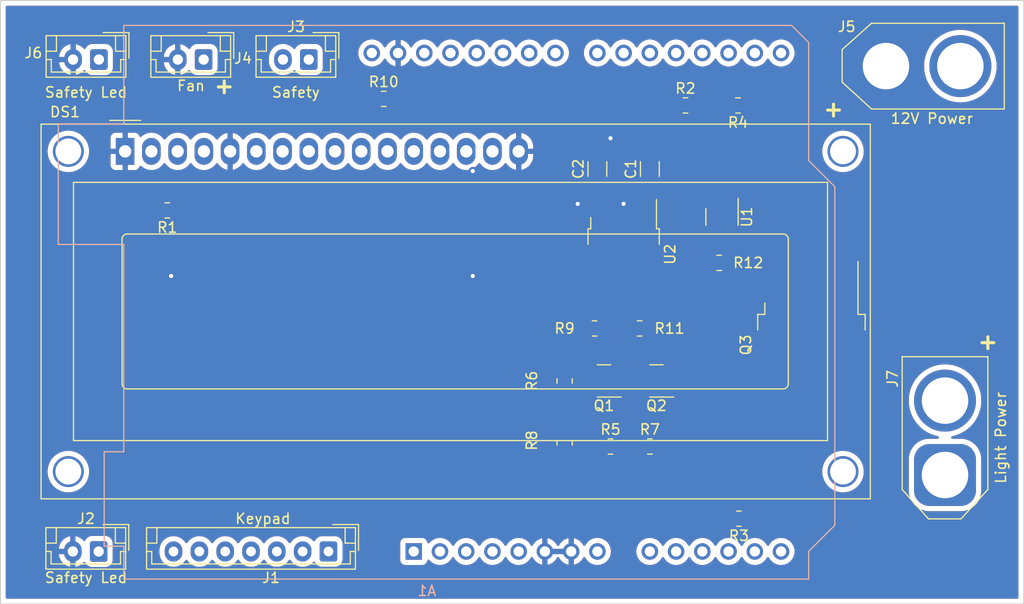
<source format=kicad_pcb>
(kicad_pcb (version 20211014) (generator pcbnew)
  (layers (0 "F.Cu" signal) (31 "B.Cu" signal) (34 "B.Paste" user) (35 "F.Paste" user) (36 "B.SilkS" user "B.Silkscreen") (37 "F.SilkS" user "F.Silkscreen") (38 "B.Mask" user) (39 "F.Mask" user) (44 "Edge.Cuts" user))
  (net 0 "")
  (net 5 "+5V")
  (net 6 "GND")
  (net 9 "/Keypad_1")
  (net 10 "/Keypad_2")
  (net 11 "/Keypad_3")
  (net 12 "/Keypad_4")
  (net 13 "/safety_led")
  (net 16 "/output_en")
  (net 17 "/safety")
  (net 18 "/LCD_D4")
  (net 19 "/LCD_D5")
  (net 20 "/LCD_D6")
  (net 21 "/LCD_D7")
  (net 22 "/LCD_E")
  (net 23 "/LCD_RS")
  (net 24 "/status_led1")
  (net 25 "Net-(A1-Pad26)")
  (net 26 "Net-(A1-Pad27)")
  (net 27 "Net-(A1-Pad28)")
  (net 29 "+12V")
  (net 30 "Net-(J2-Pad1)")
  (net 31 "Net-(DS1-Pad3)")
  (net 32 "Net-(Q1-Pad2)")
  (net 33 "Net-(Q1-Pad3)")
  (net 34 "Net-(Q2-Pad1)")
  (net 35 "Net-(Q3-Pad1)")
  (net 40 "Net-(DS1-Pad15)")
  (net 41 "Net-(J3-Pad1)")
  (net 42 "Net-(J3-Pad2)")
  (net 43 "Net-(J6-Pad1)")
  (net 44 "Net-(R11-Pad2)")
  (net 46 "Net-(Q3-Pad8)")
  (footprint "Package_TO_SOT_SMD:TO-252-2" (layer "F.Cu") (at 179.705 90.61 -90)
    (fp_text reference "U2" (at 0 -4.5 90) (layer "F.SilkS"))
    (fp_text value "L7805" hide)
    (fp_line (start -0.97 -3.45) (end -2.47 -3.45) (layer "F.SilkS") (width 0.12))
    (fp_line (start -2.47 -3.18) (end -5.3 -3.18) (layer "F.SilkS") (width 0.12))
    (fp_line (start -2.47 3.18) (end -3.57 3.18) (layer "F.SilkS") (width 0.12))
    (fp_line (start -2.47 -3.45) (end -2.47 -3.18) (layer "F.SilkS") (width 0.12))
    (fp_line (start -2.47 3.45) (end -2.47 3.18) (layer "F.SilkS") (width 0.12))
    (fp_line (start -0.97 3.45) (end -2.47 3.45) (layer "F.SilkS") (width 0.12))
    (pad "1" smd rect (at -4.2 -2.28 270) (size 2.2 1.2) (layers "F.Cu" "F.Paste" "F.Mask") (net 29 "+12V"))
    (pad "2" smd rect (at 2.1 0 270) (size 6.4 5.8) (layers "F.Cu" "F.Mask") (net 6 "GND"))
    (pad "3" smd rect (at -4.2 2.28 270) (size 2.2 1.2) (layers "F.Cu" "F.Paste" "F.Mask") (net 5 "+5V"))
  )
  (footprint "Resistor_SMD:R_0805_2012Metric" (layer "F.Cu") (at 176.8875 97.79)
    (fp_text reference "R9" (at -2.8975 0) (layer "F.SilkS"))
    (fp_text value "1k")
    (fp_line (start -0.227064 0.735) (end 0.227064 0.735) (layer "F.SilkS") (width 0.12))
    (fp_line (start -0.227064 -0.735) (end 0.227064 -0.735) (layer "F.SilkS") (width 0.12))
    (pad "1" smd roundrect (at -0.9125 0) (size 1.025 1.4) (layers "F.Cu" "F.Paste" "F.Mask") (roundrect_rratio 0.243902439) (net 5 "+5V"))
    (pad "2" smd roundrect (at 0.9125 0) (size 1.025 1.4) (layers "F.Cu" "F.Paste" "F.Mask") (roundrect_rratio 0.243902439) (net 33 "Net-(Q1-Pad3)"))
  )
  (footprint "Connector_JST:JST_EH_B2B-EH-A_1x02_P2.50mm_Vertical" (layer "F.Cu") (at 139.045 71.755 180)
    (fp_text reference "J4" (at -3.81 0.11) (layer "F.SilkS"))
    (fp_text value "Fan" (at 1.23 -2.54) (layer "F.SilkS"))
    (fp_line (start -2.11 -1.21) (end 4.61 -1.21) (layer "F.SilkS") (width 0.12))
    (fp_line (start 5.11 2.31) (end 5.11 -1.71) (layer "F.SilkS") (width 0.12))
    (fp_line (start -2.61 0) (end -2.11 0) (layer "F.SilkS") (width 0.12))
    (fp_line (start -2.61 0.81) (end -1.61 0.81) (layer "F.SilkS") (width 0.12))
    (fp_line (start 5.11 -1.71) (end -2.61 -1.71) (layer "F.SilkS") (width 0.12))
    (fp_line (start 4.11 0.81) (end 4.11 2.31) (layer "F.SilkS") (width 0.12))
    (fp_line (start 4.61 0) (end 5.11 0) (layer "F.SilkS") (width 0.12))
    (fp_line (start -2.91 2.61) (end -0.41 2.61) (layer "F.SilkS") (width 0.12))
    (fp_line (start -2.11 0) (end -2.11 -1.21) (layer "F.SilkS") (width 0.12))
    (fp_line (start 5.11 0.81) (end 4.11 0.81) (layer "F.SilkS") (width 0.12))
    (fp_line (start -1.61 0.81) (end -1.61 2.31) (layer "F.SilkS") (width 0.12))
    (fp_line (start -2.91 0.11) (end -2.91 2.61) (layer "F.SilkS") (width 0.12))
    (fp_line (start 4.61 -1.21) (end 4.61 0) (layer "F.SilkS") (width 0.12))
    (fp_line (start -2.61 -1.71) (end -2.61 2.31) (layer "F.SilkS") (width 0.12))
    (fp_line (start -2.61 2.31) (end 5.11 2.31) (layer "F.SilkS") (width 0.12))
    (pad "1" thru_hole roundrect (at 0 0 180) (size 1.7 2) (drill 1) (layers *.Cu *.Mask) (roundrect_rratio 0.1470588235) (net 5 "+5V"))
    (pad "2" thru_hole oval (at 2.5 0 180) (size 1.7 2) (drill 1) (layers *.Cu *.Mask) (net 6 "GND"))
  )
  (footprint "Resistor_SMD:R_0805_2012Metric" (layer "F.Cu") (at 178.435 109.22)
    (fp_text reference "R5" (at 0 -1.65) (layer "F.SilkS"))
    (fp_text value "100R")
    (fp_line (start -0.227064 0.735) (end 0.227064 0.735) (layer "F.SilkS") (width 0.12))
    (fp_line (start -0.227064 -0.735) (end 0.227064 -0.735) (layer "F.SilkS") (width 0.12))
    (pad "1" smd roundrect (at -0.9125 0) (size 1.025 1.4) (layers "F.Cu" "F.Paste" "F.Mask") (roundrect_rratio 0.243902439) (net 16 "/output_en"))
    (pad "2" smd roundrect (at 0.9125 0) (size 1.025 1.4) (layers "F.Cu" "F.Paste" "F.Mask") (roundrect_rratio 0.243902439) (net 34 "Net-(Q2-Pad1)"))
  )
  (footprint "Package_TO_SOT_SMD:SOT-23" (layer "F.Cu") (at 177.8 102.87 180)
    (fp_text reference "Q1" (at 0 -2.4) (layer "F.SilkS"))
    (fp_text value "BSS138" hide)
    (fp_line (start 0 -1.56) (end -1.675 -1.56) (layer "F.SilkS") (width 0.12))
    (fp_line (start 0 1.56) (end -0.65 1.56) (layer "F.SilkS") (width 0.12))
    (fp_line (start 0 -1.56) (end 0.65 -1.56) (layer "F.SilkS") (width 0.12))
    (fp_line (start 0 1.56) (end 0.65 1.56) (layer "F.SilkS") (width 0.12))
    (pad "1" smd roundrect (at -0.9375 -0.95 180) (size 1.475 0.6) (layers "F.Cu" "F.Paste" "F.Mask") (net 17 "/safety"))
    (pad "2" smd roundrect (at -0.9375 0.95 180) (size 1.475 0.6) (layers "F.Cu" "F.Paste" "F.Mask") (net 32 "Net-(Q1-Pad2)"))
    (pad "3" smd roundrect (at 0.9375 0 180) (size 1.475 0.6) (layers "F.Cu" "F.Paste" "F.Mask") (net 33 "Net-(Q1-Pad3)"))
  )
  (footprint "Resistor_SMD:R_0805_2012Metric_Pad1.20x1.40mm_HandSolder" (layer "F.Cu") (at 190.865 116.205 180)
    (fp_text reference "R3" (at 0 -1.65) (layer "F.SilkS"))
    (fp_text value "220")
    (fp_line (start -0.227064 0.735) (end 0.227064 0.735) (layer "F.SilkS") (width 0.12))
    (fp_line (start -0.227064 -0.735) (end 0.227064 -0.735) (layer "F.SilkS") (width 0.12))
    (pad "1" smd roundrect (at -1 0 180) (size 1.2 1.4) (layers "F.Cu" "F.Paste" "F.Mask") (roundrect_rratio 0.208333) (net 13 "/safety_led"))
    (pad "2" smd roundrect (at 1 0 180) (size 1.2 1.4) (layers "F.Cu" "F.Paste" "F.Mask") (roundrect_rratio 0.208333) (net 30 "Net-(J2-Pad1)"))
  )
  (footprint "Resistor_SMD:R_0805_2012Metric" (layer "F.Cu") (at 173.99 102.87 -90)
    (fp_text reference "R6" (at 0 3.175 90) (layer "F.SilkS"))
    (fp_text value "100R")
    (fp_line (start -0.227064 -0.735) (end 0.227064 -0.735) (layer "F.SilkS") (width 0.12))
    (fp_line (start -0.227064 0.735) (end 0.227064 0.735) (layer "F.SilkS") (width 0.12))
    (pad "1" smd roundrect (at -0.9125 0 270) (size 1.025 1.4) (layers "F.Cu" "F.Paste" "F.Mask") (roundrect_rratio 0.243902439) (net 42 "Net-(J3-Pad2)"))
    (pad "2" smd roundrect (at 0.9125 0 270) (size 1.025 1.4) (layers "F.Cu" "F.Paste" "F.Mask") (roundrect_rratio 0.243902439) (net 17 "/safety"))
  )
  (footprint "Connector_JST:JST_EH_B2B-EH-A_1x02_P2.50mm_Vertical" (layer "F.Cu") (at 128.885 119.38 180)
    (fp_text reference "J2" (at 1.23 3.175) (layer "F.SilkS"))
    (fp_text value "Safety Led" (at 1.23 -2.54) (layer "F.SilkS"))
    (fp_line (start -2.91 2.61) (end -0.41 2.61) (layer "F.SilkS") (width 0.12))
    (fp_line (start -2.61 0) (end -2.11 0) (layer "F.SilkS") (width 0.12))
    (fp_line (start -2.61 0.81) (end -1.61 0.81) (layer "F.SilkS") (width 0.12))
    (fp_line (start 5.11 -1.71) (end -2.61 -1.71) (layer "F.SilkS") (width 0.12))
    (fp_line (start -2.11 -1.21) (end 4.61 -1.21) (layer "F.SilkS") (width 0.12))
    (fp_line (start 4.61 -1.21) (end 4.61 0) (layer "F.SilkS") (width 0.12))
    (fp_line (start -2.91 0.11) (end -2.91 2.61) (layer "F.SilkS") (width 0.12))
    (fp_line (start 4.11 0.81) (end 4.11 2.31) (layer "F.SilkS") (width 0.12))
    (fp_line (start 5.11 2.31) (end 5.11 -1.71) (layer "F.SilkS") (width 0.12))
    (fp_line (start -1.61 0.81) (end -1.61 2.31) (layer "F.SilkS") (width 0.12))
    (fp_line (start -2.61 2.31) (end 5.11 2.31) (layer "F.SilkS") (width 0.12))
    (fp_line (start 4.61 0) (end 5.11 0) (layer "F.SilkS") (width 0.12))
    (fp_line (start 5.11 0.81) (end 4.11 0.81) (layer "F.SilkS") (width 0.12))
    (fp_line (start -2.11 0) (end -2.11 -1.21) (layer "F.SilkS") (width 0.12))
    (fp_line (start -2.61 -1.71) (end -2.61 2.31) (layer "F.SilkS") (width 0.12))
    (pad "1" thru_hole roundrect (at 0 0 180) (size 1.7 2) (drill 1) (layers *.Cu *.Mask) (roundrect_rratio 0.147059) (net 30 "Net-(J2-Pad1)"))
    (pad "2" thru_hole oval (at 2.5 0 180) (size 1.7 2) (drill 1) (layers *.Cu *.Mask) (net 6 "GND"))
  )
  (footprint "Resistor_SMD:R_0805_2012Metric_Pad1.20x1.40mm_HandSolder" (layer "F.Cu") (at 156.48 75.565)
    (fp_text reference "R10" (at 0 -1.65) (layer "F.SilkS"))
    (fp_text value "220")
    (fp_line (start -0.227064 -0.735) (end 0.227064 -0.735) (layer "F.SilkS") (width 0.12))
    (fp_line (start -0.227064 0.735) (end 0.227064 0.735) (layer "F.SilkS") (width 0.12))
    (pad "1" smd roundrect (at -1 0) (size 1.2 1.4) (layers "F.Cu" "F.Paste" "F.Mask") (roundrect_rratio 0.208333) (net 24 "/status_led1"))
    (pad "2" smd roundrect (at 1 0) (size 1.2 1.4) (layers "F.Cu" "F.Paste" "F.Mask") (roundrect_rratio 0.208333) (net 43 "Net-(J6-Pad1)"))
  )
  (footprint "Capacitor_SMD:C_1206_3216Metric" (layer "F.Cu") (at 182.245 82.345 90)
    (fp_text reference "C1" (at 0 -1.85 90) (layer "F.SilkS"))
    (fp_text value "100nf")
    (fp_line (start -0.711252 -0.91) (end 0.711252 -0.91) (layer "F.SilkS") (width 0.12))
    (fp_line (start -0.711252 0.91) (end 0.711252 0.91) (layer "F.SilkS") (width 0.12))
    (pad "1" smd roundrect (at -1.475 0 90) (size 1.15 1.8) (layers "F.Cu" "F.Paste" "F.Mask") (roundrect_rratio 0.2173913043) (net 29 "+12V"))
    (pad "2" smd roundrect (at 1.475 0 90) (size 1.15 1.8) (layers "F.Cu" "F.Paste" "F.Mask") (roundrect_rratio 0.2173913043) (net 6 "GND"))
  )
  (footprint "Resistor_SMD:R_0805_2012Metric" (layer "F.Cu") (at 173.99 108.8625 -90)
    (fp_text reference "R8" (at -0.227064 3.175 90) (layer "F.SilkS"))
    (fp_text value "10K")
    (fp_line (start -0.227064 0.735) (end 0.227064 0.735) (layer "F.SilkS") (width 0.12))
    (fp_line (start -0.227064 -0.735) (end 0.227064 -0.735) (layer "F.SilkS") (width 0.12))
    (pad "1" smd roundrect (at -0.9125 0 270) (size 1.025 1.4) (layers "F.Cu" "F.Paste" "F.Mask") (roundrect_rratio 0.243902439) (net 17 "/safety"))
    (pad "2" smd roundrect (at 0.9125 0 270) (size 1.025 1.4) (layers "F.Cu" "F.Paste" "F.Mask") (roundrect_rratio 0.243902439) (net 6 "GND"))
  )
  (footprint "Capacitor_SMD:C_1206_3216Metric" (layer "F.Cu") (at 177.165 82.345 90)
    (fp_text reference "C2" (at 0 -1.85 90) (layer "F.SilkS"))
    (fp_text value "100nf")
    (fp_line (start -0.711252 0.91) (end 0.711252 0.91) (layer "F.SilkS") (width 0.12))
    (fp_line (start -0.711252 -0.91) (end 0.711252 -0.91) (layer "F.SilkS") (width 0.12))
    (pad "1" smd roundrect (at -1.475 0 90) (size 1.15 1.8) (layers "F.Cu" "F.Paste" "F.Mask") (roundrect_rratio 0.2173913043) (net 5 "+5V"))
    (pad "2" smd roundrect (at 1.475 0 90) (size 1.15 1.8) (layers "F.Cu" "F.Paste" "F.Mask") (roundrect_rratio 0.2173913043) (net 6 "GND"))
  )
  (footprint "Resistor_SMD:R_0805_2012Metric_Pad1.20x1.40mm_HandSolder" (layer "F.Cu") (at 135.525 86.36 180)
    (fp_text reference "R1" (at 0 -1.65) (layer "F.SilkS"))
    (fp_text value "10K")
    (fp_line (start -0.227064 -0.735) (end 0.227064 -0.735) (layer "F.SilkS") (width 0.12))
    (fp_line (start -0.227064 0.735) (end 0.227064 0.735) (layer "F.SilkS") (width 0.12))
    (pad "1" smd roundrect (at -1 0 180) (size 1.2 1.4) (layers "F.Cu" "F.Paste" "F.Mask") (roundrect_rratio 0.208333) (net 31 "Net-(DS1-Pad3)"))
    (pad "2" smd roundrect (at 1 0 180) (size 1.2 1.4) (layers "F.Cu" "F.Paste" "F.Mask") (roundrect_rratio 0.208333) (net 5 "+5V"))
  )
  (footprint "Resistor_SMD:R_0805_2012Metric" (layer "F.Cu") (at 188.9525 91.44)
    (fp_text reference "R12" (at 2.8175 0) (layer "F.SilkS"))
    (fp_text value "10K")
    (fp_line (start -0.227064 0.735) (end 0.227064 0.735) (layer "F.SilkS") (width 0.12))
    (fp_line (start -0.227064 -0.735) (end 0.227064 -0.735) (layer "F.SilkS") (width 0.12))
    (pad "1" smd roundrect (at -0.9125 0) (size 1.025 1.4) (layers "F.Cu" "F.Paste" "F.Mask") (roundrect_rratio 0.243902439) (net 44 "Net-(R11-Pad2)"))
    (pad "2" smd roundrect (at 0.9125 0) (size 1.025 1.4) (layers "F.Cu" "F.Paste" "F.Mask") (roundrect_rratio 0.243902439) (net 6 "GND"))
  )
  (footprint "Resistor_SMD:R_0805_2012Metric_Pad1.20x1.40mm_HandSolder" (layer "F.Cu") (at 185.69 76.2)
    (fp_text reference "R2" (at 0 -1.65) (layer "F.SilkS"))
    (fp_text value "220")
    (fp_line (start -0.227064 -0.735) (end 0.227064 -0.735) (layer "F.SilkS") (width 0.12))
    (fp_line (start -0.227064 0.735) (end 0.227064 0.735) (layer "F.SilkS") (width 0.12))
    (pad "1" smd roundrect (at -1 0) (size 1.2 1.4) (layers "F.Cu" "F.Paste" "F.Mask") (roundrect_rratio 0.208333) (net 40 "Net-(DS1-Pad15)"))
    (pad "2" smd roundrect (at 1 0) (size 1.2 1.4) (layers "F.Cu" "F.Paste" "F.Mask") (roundrect_rratio 0.208333) (net 5 "+5V"))
  )
  (footprint "Display:WC1602A" (layer "F.Cu") (at 131.445 80.645)
    (fp_text reference "DS1" (at -5.82 -3.81) (layer "F.SilkS"))
    (fp_text value "WC1602A")
    (fp_line (start 64.2 8.5) (end 64.2 22.5) (layer "F.SilkS") (width 0.12))
    (fp_line (start 72.14 -2.64) (end -7.34 -2.64) (layer "F.SilkS") (width 0.12))
    (fp_line (start 68 3) (end 68 28) (layer "F.SilkS") (width 0.12))
    (fp_line (start 63.70066 23) (end 0.2 23) (layer "F.SilkS") (width 0.12))
    (fp_line (start 0.2 8) (end 63.7 8) (layer "F.SilkS") (width 0.12))
    (fp_line (start -5 28) (end -5 3) (layer "F.SilkS") (width 0.12))
    (fp_line (start -8.13 -2.64) (end -7.34 -2.64) (layer "F.SilkS") (width 0.12))
    (fp_line (start 72.14 33.64) (end 72.14 -2.64) (layer "F.SilkS") (width 0.12))
    (fp_line (start -0.29972 22.49932) (end -0.29972 8.5) (layer "F.SilkS") (width 0.12))
    (fp_line (start -8.14 33.64) (end 72.14 33.64) (layer "F.SilkS") (width 0.12))
    (fp_line (start -5 3) (end 68 3) (layer "F.SilkS") (width 0.12))
    (fp_line (start -8.14 -2.64) (end -8.14 33.64) (layer "F.SilkS") (width 0.12))
    (fp_line (start 68 28) (end -5 28) (layer "F.SilkS") (width 0.12))
    (fp_line (start -1.5 -3) (end 1.5 -3) (layer "F.SilkS") (width 0.12))
    (fp_arc (start -0.29972 8.49884) (mid -0.153162 8.145018) (end 0.20066 7.99846) (layer "F.SilkS") (width 0.12))
    (fp_arc (start 64.20104 22.49932) (mid 64.054473 22.853115) (end 63.70066 22.9997) (layer "F.SilkS") (width 0.12))
    (fp_arc (start 0.20066 22.9997) (mid -0.153162 22.853142) (end -0.29972 22.49932) (layer "F.SilkS") (width 0.12))
    (fp_arc (start 63.7 8) (mid 64.053553 8.146447) (end 64.2 8.5) (layer "F.SilkS") (width 0.12))
    (pad "" thru_hole circle (at 69.49948 31.0007) (size 3 3) (drill 2.5) (layers *.Cu *.Mask))
    (pad "" thru_hole circle (at 69.5 0) (size 3 3) (drill 2.5) (layers *.Cu *.Mask))
    (pad "" thru_hole circle (at -5.4991 0) (size 3 3) (drill 2.5) (layers *.Cu *.Mask))
    (pad "" thru_hole circle (at -5.4991 31.0007) (size 3 3) (drill 2.5) (layers *.Cu *.Mask))
    (pad "1" thru_hole rect (at 0 0) (size 1.8 2.6) (drill 1.2) (layers *.Cu *.Mask) (net 6 "GND"))
    (pad "2" thru_hole oval (at 2.54 0) (size 1.8 2.6) (drill 1.2) (layers *.Cu *.Mask) (net 5 "+5V"))
    (pad "3" thru_hole oval (at 5.08 0) (size 1.8 2.6) (drill 1.2) (layers *.Cu *.Mask) (net 31 "Net-(DS1-Pad3)"))
    (pad "4" thru_hole oval (at 7.62 0) (size 1.8 2.6) (drill 1.2) (layers *.Cu *.Mask) (net 23 "/LCD_RS"))
    (pad "5" thru_hole oval (at 10.16 0) (size 1.8 2.6) (drill 1.2) (layers *.Cu *.Mask) (net 6 "GND"))
    (pad "6" thru_hole oval (at 12.7 0) (size 1.8 2.6) (drill 1.2) (layers *.Cu *.Mask) (net 22 "/LCD_E"))
    (pad "7" thru_hole oval (at 15.24 0) (size 1.8 2.6) (drill 1.2) (layers *.Cu *.Mask))
    (pad "8" thru_hole oval (at 17.78 0) (size 1.8 2.6) (drill 1.2) (layers *.Cu *.Mask))
    (pad "9" thru_hole oval (at 20.32 0) (size 1.8 2.6) (drill 1.2) (layers *.Cu *.Mask))
    (pad "10" thru_hole oval (at 22.86 0) (size 1.8 2.6) (drill 1.2) (layers *.Cu *.Mask))
    (pad "11" thru_hole oval (at 25.4 0) (size 1.8 2.6) (drill 1.2) (layers *.Cu *.Mask) (net 18 "/LCD_D4"))
    (pad "12" thru_hole oval (at 27.94 0) (size 1.8 2.6) (drill 1.2) (layers *.Cu *.Mask) (net 19 "/LCD_D5"))
    (pad "13" thru_hole oval (at 30.48 0) (size 1.8 2.6) (drill 1.2) (layers *.Cu *.Mask) (net 20 "/LCD_D6"))
    (pad "14" thru_hole oval (at 33.02 0) (size 1.8 2.6) (drill 1.2) (layers *.Cu *.Mask) (net 21 "/LCD_D7"))
    (pad "15" thru_hole oval (at 35.56 0) (size 1.8 2.6) (drill 1.2) (layers *.Cu *.Mask) (net 40 "Net-(DS1-Pad15)"))
    (pad "16" thru_hole oval (at 38.1 0) (size 1.8 2.6) (drill 1.2) (layers *.Cu *.Mask) (net 6 "GND"))
  )
  (footprint "Package_TO_SOT_SMD:SOT-23-5" (layer "F.Cu") (at 189.23 86.995 -90)
    (fp_text reference "U1" (at 0 -2.4 90) (layer "F.SilkS"))
    (fp_text value "MCP1415" hide)
    (fp_line (start 0 1.56) (end -0.8 1.56) (layer "F.SilkS") (width 0.12))
    (fp_line (start 0 -1.56) (end 0.8 -1.56) (layer "F.SilkS") (width 0.12))
    (fp_line (start 0 -1.56) (end -1.8 -1.56) (layer "F.SilkS") (width 0.12))
    (fp_line (start 0 1.56) (end 0.8 1.56) (layer "F.SilkS") (width 0.12))
    (pad "1" smd roundrect (at -1.1375 -0.95 270) (size 1.325 0.6) (layers "F.Cu" "F.Paste" "F.Mask"))
    (pad "2" smd roundrect (at -1.1375 0 270) (size 1.325 0.6) (layers "F.Cu" "F.Paste" "F.Mask") (net 29 "+12V"))
    (pad "3" smd roundrect (at -1.1375 0.95 270) (size 1.325 0.6) (layers "F.Cu" "F.Paste" "F.Mask") (net 44 "Net-(R11-Pad2)"))
    (pad "4" smd roundrect (at 1.1375 0.95 270) (size 1.325 0.6) (layers "F.Cu" "F.Paste" "F.Mask") (net 6 "GND"))
    (pad "5" smd roundrect (at 1.1375 -0.95 270) (size 1.325 0.6) (layers "F.Cu" "F.Paste" "F.Mask") (net 35 "Net-(Q3-Pad1)"))
  )
  (footprint "Connector_AMASS:AMASS_XT60-F_1x02_P7.20mm_Vertical" (layer "F.Cu") (at 210.82 111.975 90)
    (fp_text reference "J7" (at 9.315 -5.08 90) (layer "F.SilkS"))
    (fp_text value "Light Power" (at 3.6 5.4 90) (layer "F.SilkS"))
    (fp_line (start 11.45 4.15) (end 11.45 -4.15) (layer "F.SilkS") (width 0.12))
    (fp_line (start -1.4 4.15) (end 11.45 4.15) (layer "F.SilkS") (width 0.12))
    (fp_line (start -4.25 1.55) (end -1.4 4.15) (layer "F.SilkS") (width 0.12))
    (fp_line (start -4.25 -1.6) (end -4.25 1.55) (layer "F.SilkS") (width 0.12))
    (fp_line (start -1.4 -4.15) (end -4.25 -1.6) (layer "F.SilkS") (width 0.12))
    (fp_line (start 11.45 -4.15) (end -1.4 -4.15) (layer "F.SilkS") (width 0.12))
    (pad "1" thru_hole roundrect (at 0 0 90) (size 6 6) (drill 4.5) (layers *.Cu *.Mask) (net 46 "Net-(Q3-Pad8)"))
    (pad "2" thru_hole circle (at 7.2 0 90) (size 6 6) (drill 4.5) (layers *.Cu *.Mask) (net 29 "+12V"))
  )
  (footprint "Connector_JST:JST_EH_B2B-EH-A_1x02_P2.50mm_Vertical" (layer "F.Cu") (at 128.905 71.755 180)
    (fp_text reference "J6" (at 6.35 0.635) (layer "F.SilkS"))
    (fp_text value "Safety Led" (at 1.25 -3.175) (layer "F.SilkS"))
    (fp_line (start 5.11 -1.71) (end -2.61 -1.71) (layer "F.SilkS") (width 0.12))
    (fp_line (start -2.61 0.81) (end -1.61 0.81) (layer "F.SilkS") (width 0.12))
    (fp_line (start -1.61 0.81) (end -1.61 2.31) (layer "F.SilkS") (width 0.12))
    (fp_line (start -2.61 2.31) (end 5.11 2.31) (layer "F.SilkS") (width 0.12))
    (fp_line (start 5.11 2.31) (end 5.11 -1.71) (layer "F.SilkS") (width 0.12))
    (fp_line (start -2.11 0) (end -2.11 -1.21) (layer "F.SilkS") (width 0.12))
    (fp_line (start 4.61 0) (end 5.11 0) (layer "F.SilkS") (width 0.12))
    (fp_line (start -2.61 -1.71) (end -2.61 2.31) (layer "F.SilkS") (width 0.12))
    (fp_line (start 5.11 0.81) (end 4.11 0.81) (layer "F.SilkS") (width 0.12))
    (fp_line (start -2.91 2.61) (end -0.41 2.61) (layer "F.SilkS") (width 0.12))
    (fp_line (start -2.91 0.11) (end -2.91 2.61) (layer "F.SilkS") (width 0.12))
    (fp_line (start 4.11 0.81) (end 4.11 2.31) (layer "F.SilkS") (width 0.12))
    (fp_line (start 4.61 -1.21) (end 4.61 0) (layer "F.SilkS") (width 0.12))
    (fp_line (start -2.61 0) (end -2.11 0) (layer "F.SilkS") (width 0.12))
    (fp_line (start -2.11 -1.21) (end 4.61 -1.21) (layer "F.SilkS") (width 0.12))
    (pad "1" thru_hole roundrect (at 0 0 180) (size 1.7 2) (drill 1) (layers *.Cu *.Mask) (roundrect_rratio 0.147059) (net 43 "Net-(J6-Pad1)"))
    (pad "2" thru_hole oval (at 2.5 0 180) (size 1.7 2) (drill 1) (layers *.Cu *.Mask) (net 6 "GND"))
  )
  (footprint "Resistor_SMD:R_0805_2012Metric" (layer "F.Cu") (at 181.2525 97.79)
    (fp_text reference "R11" (at 2.8975 0) (layer "F.SilkS"))
    (fp_text value "100R")
    (fp_line (start -0.227064 -0.735) (end 0.227064 -0.735) (layer "F.SilkS") (width 0.12))
    (fp_line (start -0.227064 0.735) (end 0.227064 0.735) (layer "F.SilkS") (width 0.12))
    (pad "1" smd roundrect (at -0.9125 0) (size 1.025 1.4) (layers "F.Cu" "F.Paste" "F.Mask") (roundrect_rratio 0.243902439) (net 33 "Net-(Q1-Pad3)"))
    (pad "2" smd roundrect (at 0.9125 0) (size 1.025 1.4) (layers "F.Cu" "F.Paste" "F.Mask") (roundrect_rratio 0.243902439) (net 44 "Net-(R11-Pad2)"))
  )
  (footprint "Package_TO_SOT_SMD:TO-263-7_TabPin8" (layer "F.Cu") (at 197.885 99.38 -90)
    (fp_text reference "Q3" (at 0 6.35 90) (layer "F.SilkS"))
    (fp_text value "IRFS7730-7" hide)
    (fp_line (start -1.45 5.2) (end -2.95 5.2) (layer "F.SilkS") (width 0.12))
    (fp_line (start -2.95 -4.51) (end -8.075 -4.51) (layer "F.SilkS") (width 0.12))
    (fp_line (start -2.95 4.51) (end -4.05 4.51) (layer "F.SilkS") (width 0.12))
    (fp_line (start -2.95 5.2) (end -2.95 4.51) (layer "F.SilkS") (width 0.12))
    (fp_line (start -1.45 -5.2) (end -2.95 -5.2) (layer "F.SilkS") (width 0.12))
    (fp_line (start -2.95 -5.2) (end -2.95 -4.51) (layer "F.SilkS") (width 0.12))
    (pad "1" smd rect (at -5.775 -3.81 270) (size 4.6 0.8) (layers "F.Cu" "F.Paste" "F.Mask") (net 35 "Net-(Q3-Pad1)"))
    (pad "2" smd rect (at -5.775 -2.54 270) (size 4.6 0.8) (layers "F.Cu" "F.Paste" "F.Mask") (net 6 "GND"))
    (pad "3" smd rect (at -5.775 -1.27 270) (size 4.6 0.8) (layers "F.Cu" "F.Paste" "F.Mask") (net 6 "GND"))
    (pad "4" smd rect (at -5.775 0 270) (size 4.6 0.8) (layers "F.Cu" "F.Paste" "F.Mask") (net 6 "GND"))
    (pad "5" smd rect (at -5.775 1.27 270) (size 4.6 0.8) (layers "F.Cu" "F.Paste" "F.Mask") (net 6 "GND"))
    (pad "6" smd rect (at -5.775 2.54 270) (size 4.6 0.8) (layers "F.Cu" "F.Paste" "F.Mask") (net 6 "GND"))
    (pad "7" smd rect (at -5.775 3.81 270) (size 4.6 0.8) (layers "F.Cu" "F.Paste" "F.Mask") (net 6 "GND"))
    (pad "8" smd rect (at 3.375 0 270) (size 9.4 10.8) (layers "F.Cu" "F.Mask") (net 46 "Net-(Q3-Pad8)"))
  )
  (footprint "Resistor_SMD:R_0805_2012Metric" (layer "F.Cu") (at 182.245 109.22)
    (fp_text reference "R7" (at 0 -1.65) (layer "F.SilkS"))
    (fp_text value "10K")
    (fp_line (start -0.227064 -0.735) (end 0.227064 -0.735) (layer "F.SilkS") (width 0.12))
    (fp_line (start -0.227064 0.735) (end 0.227064 0.735) (layer "F.SilkS") (width 0.12))
    (pad "1" smd roundrect (at -0.9125 0) (size 1.025 1.4) (layers "F.Cu" "F.Paste" "F.Mask") (roundrect_rratio 0.243902439) (net 34 "Net-(Q2-Pad1)"))
    (pad "2" smd roundrect (at 0.9125 0) (size 1.025 1.4) (layers "F.Cu" "F.Paste" "F.Mask") (roundrect_rratio 0.243902439) (net 6 "GND"))
  )
  (footprint "Package_TO_SOT_SMD:SOT-23" (layer "F.Cu") (at 182.88 102.87 180)
    (fp_text reference "Q2" (at 0 -2.4) (layer "F.SilkS"))
    (fp_text value "BSS138" hide)
    (fp_line (start 0 1.56) (end -0.65 1.56) (layer "F.SilkS") (width 0.12))
    (fp_line (start 0 -1.56) (end 0.65 -1.56) (layer "F.SilkS") (width 0.12))
    (fp_line (start 0 1.56) (end 0.65 1.56) (layer "F.SilkS") (width 0.12))
    (fp_line (start 0 -1.56) (end -1.675 -1.56) (layer "F.SilkS") (width 0.12))
    (pad "1" smd roundrect (at -0.9375 -0.95 180) (size 1.475 0.6) (layers "F.Cu" "F.Paste" "F.Mask") (net 34 "Net-(Q2-Pad1)"))
    (pad "2" smd roundrect (at -0.9375 0.95 180) (size 1.475 0.6) (layers "F.Cu" "F.Paste" "F.Mask") (net 6 "GND"))
    (pad "3" smd roundrect (at 0.9375 0 180) (size 1.475 0.6) (layers "F.Cu" "F.Paste" "F.Mask") (net 32 "Net-(Q1-Pad2)"))
  )
  (footprint "Resistor_SMD:R_0805_2012Metric" (layer "F.Cu") (at 190.7775 76.2 180)
    (fp_text reference "R4" (at 0 -1.65) (layer "F.SilkS"))
    (fp_text value "100R")
    (fp_line (start -0.227064 0.735) (end 0.227064 0.735) (layer "F.SilkS") (width 0.12))
    (fp_line (start -0.227064 -0.735) (end 0.227064 -0.735) (layer "F.SilkS") (width 0.12))
    (pad "1" smd roundrect (at -0.9125 0 180) (size 1.025 1.4) (layers "F.Cu" "F.Paste" "F.Mask") (roundrect_rratio 0.243902439) (net 41 "Net-(J3-Pad1)"))
    (pad "2" smd roundrect (at 0.9125 0 180) (size 1.025 1.4) (layers "F.Cu" "F.Paste" "F.Mask") (roundrect_rratio 0.243902439) (net 5 "+5V"))
  )
  (footprint "Connector_JST:JST_EH_B2B-EH-A_1x02_P2.50mm_Vertical" (layer "F.Cu") (at 149.225 71.755 180)
    (fp_text reference "J3" (at 1.23 3.175) (layer "F.SilkS"))
    (fp_text value "Safety" (at 1.25 -3.175) (layer "F.SilkS"))
    (fp_line (start -2.91 2.61) (end -0.41 2.61) (layer "F.SilkS") (width 0.12))
    (fp_line (start -2.61 0) (end -2.11 0) (layer "F.SilkS") (width 0.12))
    (fp_line (start 4.61 0) (end 5.11 0) (layer "F.SilkS") (width 0.12))
    (fp_line (start -2.11 -1.21) (end 4.61 -1.21) (layer "F.SilkS") (width 0.12))
    (fp_line (start -2.61 -1.71) (end -2.61 2.31) (layer "F.SilkS") (width 0.12))
    (fp_line (start 4.61 -1.21) (end 4.61 0) (layer "F.SilkS") (width 0.12))
    (fp_line (start 5.11 -1.71) (end -2.61 -1.71) (layer "F.SilkS") (width 0.12))
    (fp_line (start -2.91 0.11) (end -2.91 2.61) (layer "F.SilkS") (width 0.12))
    (fp_line (start -2.61 0.81) (end -1.61 0.81) (layer "F.SilkS") (width 0.12))
    (fp_line (start -2.11 0) (end -2.11 -1.21) (layer "F.SilkS") (width 0.12))
    (fp_line (start 5.11 2.31) (end 5.11 -1.71) (layer "F.SilkS") (width 0.12))
    (fp_line (start 4.11 0.81) (end 4.11 2.31) (layer "F.SilkS") (width 0.12))
    (fp_line (start -1.61 0.81) (end -1.61 2.31) (layer "F.SilkS") (width 0.12))
    (fp_line (start -2.61 2.31) (end 5.11 2.31) (layer "F.SilkS") (width 0.12))
    (fp_line (start 5.11 0.81) (end 4.11 0.81) (layer "F.SilkS") (width 0.12))
    (pad "1" thru_hole roundrect (at 0 0 180) (size 1.7 2) (drill 1) (layers *.Cu *.Mask) (roundrect_rratio 0.1470588235) (net 41 "Net-(J3-Pad1)"))
    (pad "2" thru_hole oval (at 2.5 0 180) (size 1.7 2) (drill 1) (layers *.Cu *.Mask) (net 42 "Net-(J3-Pad2)"))
  )
  (footprint "Connector_AMASS:AMASS_XT60-M_1x02_P7.20mm_Vertical" (layer "F.Cu") (at 205.105 72.39)
    (fp_text reference "J5" (at -3.81 -3.81) (layer "F.SilkS"))
    (fp_text value "12V Power" (at 4.445 5.08) (layer "F.SilkS"))
    (fp_line (start 11.45 4.15) (end 11.45 -4.15) (layer "F.SilkS") (width 0.12))
    (fp_line (start -4.25 1.55) (end -1.4 4.15) (layer "F.SilkS") (width 0.12))
    (fp_line (start -1.4 -4.15) (end -4.25 -1.6) (layer "F.SilkS") (width 0.12))
    (fp_line (start -1.4 4.15) (end 11.45 4.15) (layer "F.SilkS") (width 0.12))
    (fp_line (start -4.25 -1.6) (end -4.25 1.55) (layer "F.SilkS") (width 0.12))
    (fp_line (start 11.45 -4.15) (end -1.4 -4.15) (layer "F.SilkS") (width 0.12))
    (pad "1" thru_hole roundrect (at 0 0) (size 6 6) (drill 4.5) (layers *.Cu *.Mask) (net 6 "GND"))
    (pad "2" thru_hole circle (at 7.2 0) (size 6 6) (drill 4.5) (layers *.Cu *.Mask) (net 29 "+12V"))
  )
  (footprint "Connector_JST:JST_EH_B7B-EH-A_1x07_P2.50mm_Vertical" (layer "F.Cu") (at 151.13 119.38 180)
    (fp_text reference "J1" (at 5.555 -2.54) (layer "F.SilkS"))
    (fp_text value "Keypad" (at 6.35 3.175) (layer "F.SilkS"))
    (fp_line (start -2.61 2.31) (end 17.61 2.31) (layer "F.SilkS") (width 0.12))
    (fp_line (start -2.61 0.81) (end -1.61 0.81) (layer "F.SilkS") (width 0.12))
    (fp_line (start -2.11 -1.21) (end 17.11 -1.21) (layer "F.SilkS") (width 0.12))
    (fp_line (start -2.91 0.11) (end -2.91 2.61) (layer "F.SilkS") (width 0.12))
    (fp_line (start 17.61 -1.71) (end -2.61 -1.71) (layer "F.SilkS") (width 0.12))
    (fp_line (start -2.91 2.61) (end -0.41 2.61) (layer "F.SilkS") (width 0.12))
    (fp_line (start 17.61 2.31) (end 17.61 -1.71) (layer "F.SilkS") (width 0.12))
    (fp_line (start 16.61 0.81) (end 16.61 2.31) (layer "F.SilkS") (width 0.12))
    (fp_line (start -2.61 0) (end -2.11 0) (layer "F.SilkS") (width 0.12))
    (fp_line (start 17.11 0) (end 17.61 0) (layer "F.SilkS") (width 0.12))
    (fp_line (start -1.61 0.81) (end -1.61 2.31) (layer "F.SilkS") (width 0.12))
    (fp_line (start -2.11 0) (end -2.11 -1.21) (layer "F.SilkS") (width 0.12))
    (fp_line (start 17.61 0.81) (end 16.61 0.81) (layer "F.SilkS") (width 0.12))
    (fp_line (start -2.61 -1.71) (end -2.61 2.31) (layer "F.SilkS") (width 0.12))
    (fp_line (start 17.11 -1.21) (end 17.11 0) (layer "F.SilkS") (width 0.12))
    (pad "1" thru_hole roundrect (at 0 0 180) (size 1.7 1.95) (drill 0.95) (layers *.Cu *.Mask) (roundrect_rratio 0.1470588235) (net 9 "/Keypad_1"))
    (pad "2" thru_hole oval (at 2.5 0 180) (size 1.7 1.95) (drill 0.95) (layers *.Cu *.Mask) (net 10 "/Keypad_2"))
    (pad "3" thru_hole oval (at 5 0 180) (size 1.7 1.95) (drill 0.95) (layers *.Cu *.Mask) (net 11 "/Keypad_3"))
    (pad "4" thru_hole oval (at 7.5 0 180) (size 1.7 1.95) (drill 0.95) (layers *.Cu *.Mask) (net 27 "Net-(A1-Pad28)"))
    (pad "5" thru_hole oval (at 10 0 180) (size 1.7 1.95) (drill 0.95) (layers *.Cu *.Mask) (net 26 "Net-(A1-Pad27)"))
    (pad "6" thru_hole oval (at 12.5 0 180) (size 1.7 1.95) (drill 0.95) (layers *.Cu *.Mask) (net 25 "Net-(A1-Pad26)"))
    (pad "7" thru_hole oval (at 15 0 180) (size 1.7 1.95) (drill 0.95) (layers *.Cu *.Mask) (net 12 "/Keypad_4"))
  )
  (footprint "Module:Arduino_UNO_R2" (layer "B.Cu") (at 159.385 119.38)
    (fp_text reference "A1" (at 1.27 3.81) (layer "B.SilkS") (effects (justify mirror)))
    (fp_text value "Arduino_UNO_R2")
    (fp_line (start -28.07 -41.4) (end -28.07 -50.93) (layer "B.SilkS") (width 0.12))
    (fp_line (start 40.77 -35.31) (end 40.77 -2.54) (layer "B.SilkS") (width 0.12))
    (fp_line (start 40.77 -2.54) (end 38.23 0) (layer "B.SilkS") (width 0.12))
    (fp_line (start 38.23 -37.85) (end 40.77 -35.31) (layer "B.SilkS") (width 0.12))
    (fp_line (start -34.42 -29.72) (end -34.42 -41.4) (layer "B.SilkS") (width 0.12))
    (fp_line (start -29.97 -0.51) (end -29.97 -9.65) (layer "B.SilkS") (width 0.12))
    (fp_line (start -34.42 -41.4) (end -28.07 -41.4) (layer "B.SilkS") (width 0.12))
    (fp_line (start -28.07 -29.72) (end -34.42 -29.72) (layer "B.SilkS") (width 0.12))
    (fp_line (start -28.07 -0.51) (end -29.97 -0.51) (layer "B.SilkS") (width 0.12))
    (fp_line (start 38.23 -49.28) (end 38.23 -37.85) (layer "B.SilkS") (width 0.12))
    (fp_line (start 38.23 0) (end 38.23 2.67) (layer "B.SilkS") (width 0.12))
    (fp_line (start -29.97 -9.65) (end -28.07 -9.65) (layer "B.SilkS") (width 0.12))
    (fp_line (start -28.07 -9.65) (end -28.07 -29.72) (layer "B.SilkS") (width 0.12))
    (fp_line (start -28.07 2.67) (end -28.07 -0.51) (layer "B.SilkS") (width 0.12))
    (fp_line (start 36.58 -50.93) (end 38.23 -49.28) (layer "B.SilkS") (width 0.12))
    (fp_line (start 38.23 2.67) (end -28.07 2.67) (layer "B.SilkS") (width 0.12))
    (fp_line (start -28.07 -50.93) (end 36.58 -50.93) (layer "B.SilkS") (width 0.12))
    (pad "1" thru_hole rect (at 0 0 270) (size 1.6 1.6) (drill 1) (layers *.Cu *.Mask))
    (pad "2" thru_hole oval (at 2.54 0 270) (size 1.6 1.6) (drill 1) (layers *.Cu *.Mask))
    (pad "3" thru_hole oval (at 5.08 0 270) (size 1.6 1.6) (drill 1) (layers *.Cu *.Mask))
    (pad "4" thru_hole oval (at 7.62 0 270) (size 1.6 1.6) (drill 1) (layers *.Cu *.Mask))
    (pad "5" thru_hole oval (at 10.16 0 270) (size 1.6 1.6) (drill 1) (layers *.Cu *.Mask) (net 5 "+5V"))
    (pad "6" thru_hole oval (at 12.7 0 270) (size 1.6 1.6) (drill 1) (layers *.Cu *.Mask) (net 6 "GND"))
    (pad "7" thru_hole oval (at 15.24 0 270) (size 1.6 1.6) (drill 1) (layers *.Cu *.Mask) (net 6 "GND"))
    (pad "8" thru_hole oval (at 17.78 0 270) (size 1.6 1.6) (drill 1) (layers *.Cu *.Mask))
    (pad "9" thru_hole oval (at 22.86 0 270) (size 1.6 1.6) (drill 1) (layers *.Cu *.Mask))
    (pad "10" thru_hole oval (at 25.4 0 270) (size 1.6 1.6) (drill 1) (layers *.Cu *.Mask) (net 9 "/Keypad_1"))
    (pad "11" thru_hole oval (at 27.94 0 270) (size 1.6 1.6) (drill 1) (layers *.Cu *.Mask) (net 10 "/Keypad_2"))
    (pad "12" thru_hole oval (at 30.48 0 270) (size 1.6 1.6) (drill 1) (layers *.Cu *.Mask) (net 11 "/Keypad_3"))
    (pad "13" thru_hole oval (at 33.02 0 270) (size 1.6 1.6) (drill 1) (layers *.Cu *.Mask) (net 12 "/Keypad_4"))
    (pad "14" thru_hole oval (at 35.56 0 270) (size 1.6 1.6) (drill 1) (layers *.Cu *.Mask) (net 13 "/safety_led"))
    (pad "15" thru_hole oval (at 35.56 -48.26 270) (size 1.6 1.6) (drill 1) (layers *.Cu *.Mask))
    (pad "16" thru_hole oval (at 33.02 -48.26 270) (size 1.6 1.6) (drill 1) (layers *.Cu *.Mask))
    (pad "17" thru_hole oval (at 30.48 -48.26 270) (size 1.6 1.6) (drill 1) (layers *.Cu *.Mask) (net 16 "/output_en"))
    (pad "18" thru_hole oval (at 27.94 -48.26 270) (size 1.6 1.6) (drill 1) (layers *.Cu *.Mask) (net 17 "/safety"))
    (pad "19" thru_hole oval (at 25.4 -48.26 270) (size 1.6 1.6) (drill 1) (layers *.Cu *.Mask) (net 18 "/LCD_D4"))
    (pad "20" thru_hole oval (at 22.86 -48.26 270) (size 1.6 1.6) (drill 1) (layers *.Cu *.Mask) (net 19 "/LCD_D5"))
    (pad "21" thru_hole oval (at 20.32 -48.26 270) (size 1.6 1.6) (drill 1) (layers *.Cu *.Mask) (net 20 "/LCD_D6"))
    (pad "22" thru_hole oval (at 17.78 -48.26 270) (size 1.6 1.6) (drill 1) (layers *.Cu *.Mask) (net 21 "/LCD_D7"))
    (pad "23" thru_hole oval (at 13.72 -48.26 270) (size 1.6 1.6) (drill 1) (layers *.Cu *.Mask) (net 22 "/LCD_E"))
    (pad "24" thru_hole oval (at 11.18 -48.26 270) (size 1.6 1.6) (drill 1) (layers *.Cu *.Mask) (net 23 "/LCD_RS"))
    (pad "25" thru_hole oval (at 8.64 -48.26 270) (size 1.6 1.6) (drill 1) (layers *.Cu *.Mask) (net 24 "/status_led1"))
    (pad "26" thru_hole oval (at 6.1 -48.26 270) (size 1.6 1.6) (drill 1) (layers *.Cu *.Mask) (net 25 "Net-(A1-Pad26)"))
    (pad "27" thru_hole oval (at 3.56 -48.26 270) (size 1.6 1.6) (drill 1) (layers *.Cu *.Mask) (net 26 "Net-(A1-Pad27)"))
    (pad "28" thru_hole oval (at 1.02 -48.26 270) (size 1.6 1.6) (drill 1) (layers *.Cu *.Mask) (net 27 "Net-(A1-Pad28)"))
    (pad "29" thru_hole oval (at -1.52 -48.26 270) (size 1.6 1.6) (drill 1) (layers *.Cu *.Mask) (net 6 "GND"))
    (pad "30" thru_hole oval (at -4.06 -48.26 270) (size 1.6 1.6) (drill 1) (layers *.Cu *.Mask))
  )
  (gr_rect (start 119.38 66.04) (end 218.44 124.46) (layer "Edge.Cuts") (width 0.1) (fill none))
  (gr_text "+\n" (at 141.04 74.295) (layer "F.SilkS") (effects (font (size 1.5 1.5) (thickness 0.3))))
  (gr_text "+" (at 214.97 99.06) (layer "F.SilkS") (effects (font (size 1.5 1.5) (thickness 0.3))))
  (gr_text "+" (at 200.025 76.54) (layer "F.SilkS") (effects (font (size 1.5 1.5) (thickness 0.3))))
  (segment (start 177.8 83.82) (end 177.165 83.82) (width 0.25) (layer "F.Cu") (net 5))
  (segment (start 177.425 84.08) (end 177.165 83.82) (width 0.25) (layer "F.Cu") (net 5))
  (segment (start 188.28 88.1325) (end 188.28 88.58) (width 0.25) (layer "F.Cu") (net 6))
  (via (at 165.1 82.55) (size 0.8) (drill 0.4) (layers "F.Cu" "B.Cu") (net 6))
  (via (at 165.1 92.71) (size 0.8) (drill 0.4) (layers "F.Cu" "B.Cu") (net 6))
  (via (at 135.89 92.71) (size 0.8) (drill 0.4) (layers "F.Cu" "B.Cu") (net 6))
  (via (at 178.435 79.375) (size 0.8) (drill 0.4) (layers "F.Cu" "B.Cu") (net 6))
  (via (at 175.26 85.725) (size 0.8) (drill 0.4) (layers "F.Cu" "B.Cu") (net 6))
  (via (at 179.705 85.725) (size 0.8) (drill 0.4) (layers "F.Cu" "B.Cu") (net 6))
  (segment (start 178.7375 103.82) (end 178.7 103.7825) (width 0.25) (layer "F.Cu") (net 17))
  (segment (start 181.985 84.08) (end 182.245 83.82) (width 0.25) (layer "F.Cu") (net 29))
  (segment (start 179.3475 109.22) (end 181.3325 109.22) (width 0.25) (layer "F.Cu") (net 34))
  (segment (start 211.88 109.64) (end 210.82 110.7) (width 0.25) (layer "F.Cu") (net 46))
  (zone (net 6) (net_name "GND") (layer "F.Cu") (connect_pads (clearance 0.508)) (min_thickness 0.254) (fill yes (thermal_gap 0.508) (thermal_bridge_width 0.508))
    (polygon (pts (xy 218.437876 124.390203) (xy 119.38 124.46) (xy 119.38 66.04) (xy 218.44 66.04)))
  )
  (zone (net 6) (net_name "GND") (layer "B.Cu") (connect_pads (clearance 0.508)) (min_thickness 0.254) (fill yes (thermal_gap 0.508) (thermal_bridge_width 0.508))
    (polygon (pts (xy 218.44 124.46) (xy 119.38 124.46) (xy 119.38 66.04) (xy 218.44 66.04)))
  )
)
</source>
